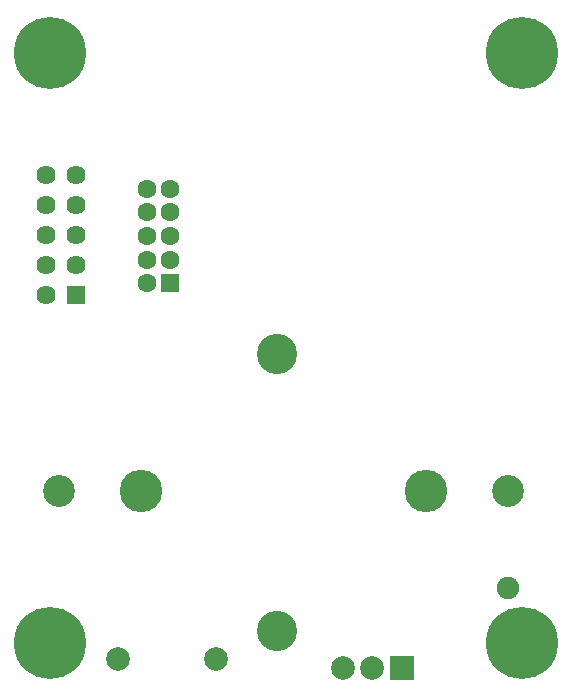
<source format=gbs>
G04*
G04 #@! TF.GenerationSoftware,Altium Limited,Altium Designer,19.1.7 (138)*
G04*
G04 Layer_Color=16711935*
%FSLAX24Y24*%
%MOIN*%
G70*
G01*
G75*
%ADD42C,0.0789*%
%ADD43R,0.0789X0.0789*%
%ADD44C,0.0639*%
%ADD45R,0.0639X0.0639*%
%ADD46C,0.1340*%
%ADD47C,0.0630*%
%ADD48R,0.0630X0.0630*%
%ADD49C,0.1063*%
%ADD50C,0.1417*%
%ADD51C,0.0748*%
%ADD52C,0.2402*%
D42*
X3868Y994D02*
D03*
X7106D02*
D03*
X12333Y719D02*
D03*
X11348D02*
D03*
D43*
X13317D02*
D03*
D44*
X2457Y14142D02*
D03*
Y17142D02*
D03*
Y16142D02*
D03*
X1457Y14142D02*
D03*
Y13142D02*
D03*
Y17142D02*
D03*
Y16142D02*
D03*
X2457Y15142D02*
D03*
X1457D02*
D03*
D45*
X2457Y13142D02*
D03*
D46*
X9152Y1929D02*
D03*
X9144Y11181D02*
D03*
D47*
X4813Y16683D02*
D03*
Y15896D02*
D03*
Y15108D02*
D03*
Y14321D02*
D03*
Y13533D02*
D03*
X5600Y16683D02*
D03*
Y15896D02*
D03*
Y15108D02*
D03*
Y14321D02*
D03*
D48*
Y13533D02*
D03*
D49*
X16850Y6614D02*
D03*
X1890D02*
D03*
D50*
X14134D02*
D03*
X4606D02*
D03*
D51*
X16850Y3386D02*
D03*
D52*
X17323Y21220D02*
D03*
X1575D02*
D03*
X17323Y1535D02*
D03*
X1575D02*
D03*
M02*

</source>
